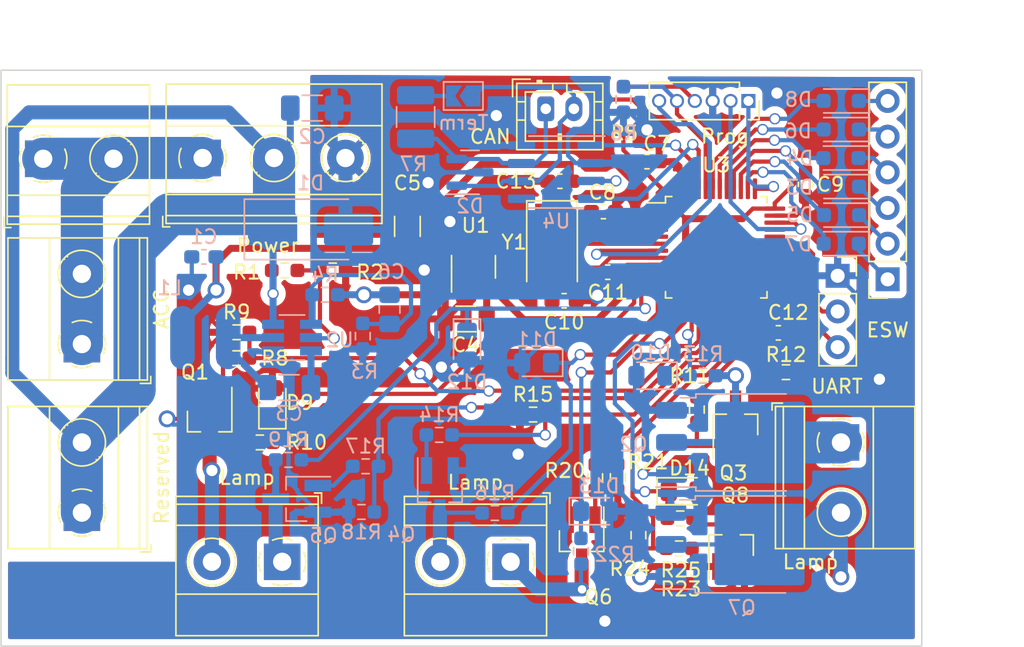
<source format=kicad_pcb>
(kicad_pcb (version 20221018) (generator pcbnew)
  (layers (0 "F.Cu" signal) (31 "B.Cu" signal) (34 "B.Paste" user) (35 "F.Paste" user) (36 "B.SilkS" user "B.Silkscreen") (37 "F.SilkS" user "F.Silkscreen") (38 "B.Mask" user) (39 "F.Mask" user) (44 "Edge.Cuts" user))
  (net 0 "")
  (net 1 "+5V")
  (net 2 "GND")
  (net 3 "+12V")
  (net 4 "Net-(U2-SW)")
  (net 5 "Net-(U2-BS)")
  (net 6 "+3V3")
  (net 7 "Net-(U2-FB)")
  (net 8 "/OSC_IN")
  (net 9 "/OSC_OUT")
  (net 10 "/CANL")
  (net 11 "/CANH")
  (net 12 "Net-(D3-K)")
  (net 13 "/SW3")
  (net 14 "Net-(D4-K)")
  (net 15 "/SW4")
  (net 16 "Net-(D5-K)")
  (net 17 "/SW2")
  (net 18 "Net-(D6-K)")
  (net 19 "/SW5")
  (net 20 "Net-(D7-K)")
  (net 21 "/SW1")
  (net 22 "Net-(D8-K)")
  (net 23 "/SW6")
  (net 24 "/adc0")
  (net 25 "/adc4")
  (net 26 "/adc1")
  (net 27 "/adc2")
  (net 28 "/adc3")
  (net 29 "/adc5")
  (net 30 "/HOT@Always")
  (net 31 "/Rx")
  (net 32 "/Tx")
  (net 33 "/SWCLK")
  (net 34 "/SWDIO")
  (net 35 "Net-(J3-Pin_4)")
  (net 36 "/BOOT0")
  (net 37 "/NRST")
  (net 38 "/L1")
  (net 39 "/L2")
  (net 40 "/L5")
  (net 41 "/L6")
  (net 42 "/L3")
  (net 43 "/L4")
  (net 44 "Net-(JP1-B)")
  (net 45 "Net-(Q1-G)")
  (net 46 "/L_pwrX/g")
  (net 47 "Net-(Q4-G)")
  (net 48 "Net-(Q5-G)")
  (net 49 "Net-(Q6-G)")
  (net 50 "/L_pwrX1/g")
  (net 51 "/VEN")
  (net 52 "/T3_Ch1")
  (net 53 "/T2_Ch3")
  (net 54 "/T2_Ch4")
  (net 55 "/T3_Ch2")
  (net 59 "/T3_Ch3")
  (net 60 "/T3_Ch4")
  (net 63 "/CAN_Rx")
  (net 64 "/CAN_Tx")
  (footprint "Resistor_SMD:R_0603_1608Metric_Pad0.98x0.95mm_HandSolder" (layer "F.Cu") (at 88.6695 71.755 180)
    (fp_text reference "R1")
    (fp_text value "300k")
  )
  (footprint "Resistor_SMD:R_0603_1608Metric_Pad0.98x0.95mm_HandSolder" (layer "F.Cu") (at 116.7365 91.5416)
    (fp_text reference "R23")
    (fp_text value "220")
  )
  (footprint "Diode_SMD:D_0805_2012Metric_Pad1.15x1.40mm_HandSolder" (layer "F.Cu") (at 87.8034 81.1642 90)
    (fp_text reference "D9")
    (fp_text value "MM3Z3V3")
  )
  (footprint "Resistor_SMD:R_0603_1608Metric_Pad0.98x0.95mm_HandSolder" (layer "F.Cu") (at 106.3479 82.0166)
    (fp_text reference "R15")
    (fp_text value "10k")
  )
  (footprint "Capacitor_SMD:C_0603_1608Metric_Pad1.08x0.95mm_HandSolder" (layer "F.Cu") (at 108.2559 65.405)
    (fp_text reference "C13")
    (fp_text value "0.1")
  )
  (footprint "TerminalBlock_Phoenix:TerminalBlock_Phoenix_MKDS-1,5-2_1x02_P5.00mm_Horizontal" (layer "F.Cu") (at 104.75 92.5 180)
    (fp_text reference "J11" hide)
    (fp_text value "Lamp")
  )
  (footprint "Package_TO_SOT_SMD:SOT-23_Handsoldering" (layer "F.Cu") (at 109.8 91 -90)
    (fp_text reference "Q6")
    (fp_text value "AO3407")
  )
  (footprint "TerminalBlock_Phoenix:TerminalBlock_Phoenix_MKDS-1,5-2_1x02_P5.00mm_Horizontal" (layer "F.Cu") (at 88.5 92.5 180)
    (fp_text reference "J9" hide)
    (fp_text value "Lamp")
  )
  (footprint "Package_TO_SOT_SMD:SOT-23_Handsoldering" (layer "F.Cu") (at 120.75 82.75 90)
    (fp_text reference "Q3")
    (fp_text value "AO3407")
  )
  (footprint "TerminalBlock_Phoenix:TerminalBlock_Phoenix_MKDS-1,5-2_1x02_P5.00mm_Horizontal" (layer "F.Cu") (at 71.5 63.805)
    (fp_text reference "J6" hide)
    (fp_text value "ACC")
  )
  (footprint "Package_TO_SOT_SMD:SOT-23_Handsoldering" (layer "F.Cu") (at 120.4366 91.337 90)
    (fp_text reference "Q8")
    (fp_text value "AO3407")
  )
  (footprint "TerminalBlock_Phoenix:TerminalBlock_Phoenix_MKDS-1,5-2_1x02_P5.00mm_Horizontal" (layer "F.Cu") (at 74.25 89 90)
    (fp_text reference "J8" hide)
    (fp_text value "Reserved")
  )
  (footprint "Crystal:Crystal_SMD_5032-2Pin_5.0x3.2mm" (layer "F.Cu") (at 107.696 69.85 -90)
    (fp_text reference "Y1")
    (fp_text value "NX5032GA-8MHz")
  )
  (footprint "Package_QFP:LQFP-48_7x7mm_P0.5mm" (layer "F.Cu") (at 119.38 70.104)
    (fp_text reference "U3")
    (fp_text value "STM32F103C6Tx")
  )
  (footprint "Resistor_SMD:R_0603_1608Metric_Pad0.98x0.95mm_HandSolder" (layer "F.Cu") (at 110.7694 86.487 -90)
    (fp_text reference "R20")
    (fp_text value "100")
  )
  (footprint "Resistor_SMD:R_0603_1608Metric_Pad0.98x0.95mm_HandSolder" (layer "F.Cu") (at 118 81.6625 -90)
    (fp_text reference "R11")
    (fp_text value "220")
  )
  (footprint "Resistor_SMD:R_0603_1608Metric_Pad0.98x0.95mm_HandSolder" (layer "F.Cu") (at 113.8428 90.6037 -90)
    (fp_text reference "R24")
    (fp_text value "10k")
  )
  (footprint "Capacitor_SMD:C_0603_1608Metric_Pad1.08x0.95mm_HandSolder" (layer "F.Cu") (at 111.6595 71.882 180)
    (fp_text reference "C11")
    (fp_text value "0.1")
  )
  (footprint "Connector_PinSocket_2.54mm:PinSocket_1x06_P2.54mm_Vertical" (layer "F.Cu") (at 131.572 72.39 180)
    (fp_text reference "J5" hide)
    (fp_text value "ESW")
  )
  (footprint "TerminalBlock_Phoenix:TerminalBlock_Phoenix_MKDS-1,5-2_1x02_P5.00mm_Horizontal" (layer "F.Cu") (at 128.25 84 -90)
    (fp_text reference "J10" hide)
    (fp_text value "Lamp")
  )
  (footprint "Resistor_SMD:R_0603_1608Metric_Pad0.98x0.95mm_HandSolder" (layer "F.Cu") (at 85.2584 76.1584)
    (fp_text reference "R9")
    (fp_text value "10k")
  )
  (footprint "Package_TO_SOT_SMD:SOT-23-3" (layer "F.Cu") (at 102.108 71.4955 90)
    (fp_text reference "U1")
    (fp_text value "XC6206PxxxMR")
  )
  (footprint "Resistor_SMD:R_0603_1608Metric_Pad0.98x0.95mm_HandSolder" (layer "F.Cu") (at 112.776 59.5865 90)
    (fp_text reference "R5")
    (fp_text value "6.8")
  )
  (footprint "TerminalBlock_Phoenix:TerminalBlock_Phoenix_MKDS-1,5-2_1x02_P5.00mm_Horizontal" (layer "F.Cu") (at 74.25 77 90)
    (fp_text reference "J7" hide)
    (fp_text value "ACC")
  )
  (footprint "Connector_PinSocket_2.54mm:PinSocket_1x03_P2.54mm_Vertical" (layer "F.Cu") (at 128.016 72.136)
    (fp_text reference "J2" hide)
    (fp_text value "UART")
  )
  (footprint "Package_TO_SOT_SMD:SOT-23_Handsoldering" (layer "F.Cu") (at 83.3392 82.485 -90)
    (fp_text reference "Q1")
    (fp_text value "AO3407")
  )
  (footprint "Resistor_SMD:R_0603_1608Metric_Pad0.98x0.95mm_HandSolder" (layer "F.Cu") (at 116.8165 89.408)
    (fp_text reference "R25")
    (fp_text value "100k")
  )
  (footprint "Resistor_SMD:R_0603_1608Metric_Pad0.98x0.95mm_HandSolder" (layer "F.Cu") (at 86.9125 84 180)
    (fp_text reference "R10")
    (fp_text value "100k")
  )
  (footprint "Capacitor_SMD:C_1206_3216Metric" (layer "F.Cu") (at 101.5728 75.2094 180)
    (fp_text reference "C4")
    (fp_text value "47u")
  )
  (footprint "Resistor_SMD:R_0603_1608Metric_Pad0.98x0.95mm_HandSolder" (layer "F.Cu") (at 112.3696 86.4851 90)
    (fp_text reference "R21")
    (fp_text value "10k")
  )
  (footprint "Diode_SMD:D_0805_2012Metric_Pad1.15x1.40mm_HandSolder" (layer "F.Cu") (at 117.0268 87.4776)
    (fp_text reference "D14")
    (fp_text value "MM3Z3V3")
  )
  (footprint "Resistor_SMD:R_0603_1608Metric_Pad0.98x0.95mm_HandSolder" (layer "F.Cu") (at 85.25 78 180)
    (fp_text reference "R8")
    (fp_text value "100")
  )
  (footprint "Capacitor_SMD:C_0603_1608Metric_Pad1.08x0.95mm_HandSolder" (layer "F.Cu") (at 111.3525 67.564)
    (fp_text reference "C8")
    (fp_text value "6")
  )
  (footprint "Capacitor_SMD:C_0603_1608Metric_Pad1.08x0.95mm_HandSolder" (layer "F.Cu") (at 114.4535 64.008)
    (fp_text reference "C7")
    (fp_text value "0.1")
  )
  (footprint "TerminalBlock_Phoenix:TerminalBlock_Phoenix_MKDS-1,5-3-5.08_1x03_P5.08mm_Horizontal" (layer "F.Cu") (at 82.84 63.75)
    (fp_text reference "J1" hide)
    (fp_text value "Power")
  )
  (footprint "Capacitor_SMD:C_0603_1608Metric_Pad1.08x0.95mm_HandSolder" (layer "F.Cu") (at 108.5585 73.914)
    (fp_text reference "C10")
    (fp_text value "6")
  )
  (footprint "Connector_JST:JST_PH_B2B-PH-K_1x02_P2.00mm_Vertical" (layer "F.Cu") (at 107.25 60.25)
    (fp_text reference "J4" hide)
    (fp_text value "CAN")
  )
  (footprint "Connector_PinSocket_1.27mm:PinSocket_1x06_P1.27mm_Vertical" (layer "F.Cu") (at 121.666 59.69 -90)
    (fp_text reference "J3" hide)
    (fp_text value "Prog")
  )
  (footprint "Capacitor_SMD:C_1206_3216Metric_Pad1.33x1.80mm_HandSolder" (layer "F.Cu") (at 97.409 68.6185 90)
    (fp_text reference "C5")
    (fp_text value "47u")
  )
  (footprint "Capacitor_SMD:C_0603_1608Metric_Pad1.08x0.95mm_HandSolder" (layer "F.Cu") (at 123.7985 76.2 180)
    (fp_text reference "C12")
    (fp_text value "0.1")
  )
  (footprint "Resistor_SMD:R_0603_1608Metric_Pad0.98x0.95mm_HandSolder" (layer "F.Cu") (at 92.0985 71.755 180)
    (fp_text reference "R2")
    (fp_text value "100k")
  )
  (footprint "Capacitor_SMD:C_0603_1608Metric_Pad1.08x0.95mm_HandSolder" (layer "F.Cu") (at 125.73 65.6325 -90)
    (fp_text reference "C9")
    (fp_text value "0.1")
  )
  (footprint "Resistor_SMD:R_0603_1608Metric_Pad0.98x0.95mm_HandSolder" (layer "F.Cu") (at 124.3375 79 180)
    (fp_text reference "R12")
    (fp_text value "10k")
  )
  (footprint "Diode_SMD:D_0805_2012Metric_Pad1.15x1.40mm_HandSolder" (layer "B.Cu") (at 114.725 79.25 180)
    (fp_text reference "D10")
    (fp_text value "MM3Z3V3")
  )
  (footprint "Package_TO_SOT_SMD:TO-252-3_TabPin2" (layer "B.Cu") (at 121.24 84)
    (fp_text reference "Q2")
    (fp_text value "IRLR7807")
  )
  (footprint "Capacitor_SMD:C_1206_3216Metric_Pad1.33x1.80mm_HandSolder" (layer "B.Cu") (at 90.6395 60.198 180)
    (fp_text reference "C2")
    (fp_text value "10u")
  )
  (footprint "Diode_SMD:D_SOD-323_HandSoldering" (layer "B.Cu") (at 128.25 63.754 180)
    (fp_text reference "D4")
    (fp_text value "1N5819")
  )
  (footprint "Diode_SMD:D_0805_2012Metric_Pad1.15x1.40mm_HandSolder" (layer "B.Cu") (at 101.6508 77.0726 -90)
    (fp_text reference "D12")
    (fp_text value "MM3Z3V3")
  )
  (footprint "Diode_SMD:D_SOD-323_HandSoldering" (layer "B.Cu") (at 128.27 61.722 180)
    (fp_text reference "D6")
    (fp_text value "1N5819")
  )
  (footprint "Package_TO_SOT_SMD:SOT-23" (layer "B.Cu") (at 101.8563 64.77)
    (fp_text reference "D2")
    (fp_text value "PESD1CAN")
  )
  (footprint "Package_TO_SOT_SMD:TO-252-3_TabPin2" (layer "B.Cu") (at 121.1948 91.2632)
    (fp_text reference "Q7")
    (fp_text value "IRLR7807")
  )
  (footprint "Capacitor_SMD:C_1206_3216Metric_Pad1.33x1.80mm_HandSolder" (layer "B.Cu") (at 88.9885 80.094)
    (fp_text reference "C3")
    (fp_text value "1u")
  )
  (footprint "Jumper:SolderJumper-2_P1.3mm_Open_TrianglePad1.0x1.5mm" (layer "B.Cu") (at 101.383 59.3344 180)
    (fp_text reference "JP1" hide)
    (fp_text value "Term")
  )
  (footprint "Capacitor_SMD:C_0603_1608Metric_Pad1.08x0.95mm_HandSolder" (layer "B.Cu") (at 82.9299 70.7898 180)
    (fp_text reference "C1")
    (fp_text value "0.1")
  )
  (footprint "Diode_SMD:D_SOD-323_HandSoldering" (layer "B.Cu") (at 128.27 59.69 180)
    (fp_text reference "D8")
    (fp_text value "1N5819")
  )
  (footprint "Package_TO_SOT_SMD:SOT-23_Handsoldering" (layer "B.Cu") (at 99.7204 87.5016 -90)
    (fp_text reference "Q4")
    (fp_text value "AO3407")
  )
  (footprint "Resistor_SMD:R_0603_1608Metric_Pad0.98x0.95mm_HandSolder" (layer "B.Cu") (at 94.234 76.4345 -90)
    (fp_text reference "R3")
    (fp_text value "19k")
  )
  (footprint "Capacitor_SMD:C_0805_2012Metric_Pad1.18x1.45mm_HandSolder" (layer "B.Cu") (at 96.139 74.5275 -90)
    (fp_text reference "C6")
    (fp_text value "22")
  )
  (footprint "Package_SO:SOIC-8_3.9x4.9mm_P1.27mm" (layer "B.Cu") (at 108 64.75 180)
    (fp_text reference "U4")
    (fp_text value "TJA1050")
  )
  (footprint "Resistor_SMD:R_1210_3225Metric_Pad1.30x2.65mm_HandSolder" (layer "B.Cu") (at 97.9932 60.8336 90)
    (fp_text reference "R7")
    (fp_text value "120")
  )
  (footprint "Resistor_SMD:R_0603_1608Metric_Pad0.98x0.95mm_HandSolder" (layer "B.Cu") (at 112.776 59.5865 90)
    (fp_text reference "R6")
    (fp_text value "10k")
  )
  (footprint "Diode_SMD:D_SOD-323_HandSoldering" (layer "B.Cu") (at 128.27 69.85 180)
    (fp_text reference "D7")
    (fp_text value "1N5819")
  )
  (footprint "Diode_SMD:D_SOD-323_HandSoldering" (layer "B.Cu") (at 128.29 65.786 180)
    (fp_text reference "D3")
    (fp_text value "1N5819")
  )
  (footprint "Diode_SMD:D_0805_2012Metric_Pad1.15x1.40mm_HandSolder" (layer "B.Cu") (at 106.5948 78.3336 180)
    (fp_text reference "D11")
    (fp_text value "MM3Z3V3")
  )
  (footprint "Resistor_SMD:R_0603_1608Metric_Pad0.98x0.95mm_HandSolder" (layer "B.Cu") (at 103.6301 89.027 180)
    (fp_text reference "R16")
    (fp_text value "100k")
  )
  (footprint "Resistor_SMD:R_0603_1608Metric_Pad0.98x0.95mm_HandSolder" (layer "B.Cu") (at 118.4125 79.25)
    (fp_text reference "R13")
    (fp_text value "100k")
  )
  (footprint "Resistor_SMD:R_0603_1608Metric_Pad0.98x0.95mm_HandSolder" (layer "B.Cu") (at 91.5435 73.49 180)
    (fp_text reference "R4")
    (fp_text value "100k")
  )
  (footprint "Package_TO_SOT_SMD:SOT-23-6_Handsoldering" (layer "B.Cu") (at 89.201 76.538)
    (fp_text reference "U2")
    (fp_text value "MT1470")
  )
  (footprint "Diode_SMD:D_0805_2012Metric_Pad1.15x1.40mm_HandSolder" (layer "B.Cu") (at 110.7858 88.9)
    (fp_text reference "D13")
    (fp_text value "MM3Z3V3")
  )
  (footprint "Resistor_SMD:R_0603_1608Metric_Pad0.98x0.95mm_HandSolder" (layer "B.Cu") (at 94.4353 85.6996 180)
    (fp_text reference "R17")
    (fp_text value "100")
  )
  (footprint "Diode_SMD:D_SOD-323_HandSoldering" (layer "B.Cu") (at 128.29 67.818 180)
    (fp_text reference "D5")
    (fp_text value "1N5819")
  )
  (footprint "Resistor_SMD:R_0603_1608Metric_Pad0.98x0.95mm_HandSolder" (layer "B.Cu") (at 109.7534 91.7429 -90)
    (fp_text reference "R22")
    (fp_text value "100k")
  )
  (footprint "Resistor_SMD:R_0603_1608Metric_Pad0.98x0.95mm_HandSolder" (layer "B.Cu") (at 99.6696 83.4644 180)
    (fp_text reference "R14")
    (fp_text value "100")
  )
  (footprint "Diode_SMD:D_SMB_Handsoldering" (layer "B.Cu") (at 90.518 68.834)
    (fp_text reference "D1")
    (fp_text value "SMBJ18A")
  )
  (footprint "kicad:cd43" (layer "B.Cu") (at 83.032 76.538 180)
    (fp_text reference "L1")
    (fp_text value "10u")
  )
  (footprint "Package_TO_SOT_SMD:SOT-23_Handsoldering" (layer "B.Cu") (at 89.5336 88.0212 180)
    (fp_text reference "Q5")
    (fp_text value "AO3407")
  )
  (footprint "Resistor_SMD:R_0603_1608Metric_Pad0.98x0.95mm_HandSolder" (layer "B.Cu") (at 94.1343 88.9508)
    (fp_text reference "R18")
    (fp_text value "10k")
  )
  (footprint "Resistor_SMD:R_0603_1608Metric_Pad0.98x0.95mm_HandSolder" (layer "B.Cu") (at 88.9489 85.2424 180)
    (fp_text reference "R19")
    (fp_text value "100k")
  )
  (gr_rect (start 68.5 57.5) (end 134 98.5) (stroke (width 0.1)) (fill none) (layer "Edge.Cuts"))
  (segment (start 83.7946 71.2216) (end 84.8352 70.181) (width 0.5) (layer "F.Cu") (net 1))
  (segment (start 94.3102 73.49) (end 98.9252 73.49) (width 0.5) (layer "F.Cu") (net 1))
  (segment (start 102.6414 64.2112) (end 108.9914 64.2112) (width 0.5) (layer "F.Cu") (net 1))
  (segment (start 99.0854 70.358) (end 97.205 70.358) (width 0.5) (layer "F.Cu") (net 1))
  (segment (start 112.2426 65.3796) (end 109.1438 65.3796) (width 0.3) (layer "F.Cu") (net 1))
  (segment (start 99.8728 72.5424) (end 99.8728 70.358) (width 0.5) (layer "F.Cu") (net 1))
  (segment (start 98.9252 73.49) (end 99.8728 72.5424) (width 0.5) (layer "F.Cu") (net 1))
  (segment (start 84.8352 70.181) (end 97.028 70.181) (width 0.5) (layer "F.Cu") (net 1))
  (segment (start 99.0854 67.7672) (end 102.6414 64.2112) (width 0.5) (layer "F.Cu") (net 1))
  (segment (start 108.9914 64.2112) (end 108.9914 65.278) (width 0.5) (layer "F.Cu") (net 1))
  (segment (start 102.108 70.358) (end 99.8728 70.358) (width 0.5) (layer "F.Cu") (net 1))
  (segment (start 108.9914 65.278) (end 109.1184 65.405) (width 0.5) (layer "F.Cu") (net 1))
  (segment (start 99.0854 70.358) (end 99.0854 67.7672) (width 0.5) (layer "F.Cu") (net 1))
  (segment (start 97.205 70.358) (end 97.028 70.181) (width 0.5) (layer "F.Cu") (net 1))
  (segment (start 109.1438 65.3796) (end 109.1184 65.405) (width 0.3) (layer "F.Cu") (net 1))
  (segment (start 99.8728 70.358) (end 99.0854 70.358) (width 0.5) (layer "F.Cu") (net 1))
  (segment (start 83.7946 73.152) (end 83.7946 71.2216) (width 0.5) (layer "F.Cu") (net 1))
  (via (at 83.7946 73.152) (size 1.2) (drill 0.8) (layers "F.Cu" "B.Cu") (net 1))
  (via (at 112.2426 65.3796) (size 0.8) (drill 0.6) (layers "F.Cu" "B.Cu") (net 1))
  (via (at 94.3102 73.49) (size 1.2) (drill 0.8) (layers "F.Cu" "B.Cu") (net 1))
  (segment (start 83.7946 70.792) (end 83.7924 70.7898) (width 0.3) (layer "B.Cu") (net 1))
  (segment (start 81.407 75.5396) (end 83.7946 73.152) (width 0.5) (layer "B.Cu") (net 1))
  (segment (start 94.3102 73.49) (end 96.139 73.49) (width 0.5) (layer "B.Cu") (net 1))
  (segment (start 112.2372 65.385) (end 112.2426 65.3796) (width 0.3) (layer "B.Cu") (net 1))
  (segment (start 94.0562 73.49) (end 94.3102 73.49) (width 0.3) (layer "B.Cu") (net 1))
  (segment (start 110.475 65.385) (end 112.2372 65.385) (width 0.3) (layer "B.Cu") (net 1))
  (segment (start 81.407 76.538) (end 81.407 75.5396) (width 0.5) (layer "B.Cu") (net 1))
  (segment (start 83.7946 73.152) (end 83.7946 70.792) (width 0.3) (layer "B.Cu") (net 1))
  (segment (start 92.456 73.49) (end 94.0562 73.49) (width 0.5) (layer "B.Cu") (net 1))
  (segment (start 116.035041 64.008) (end 115.316 64.008) (width 0.3) (layer "F.Cu") (net 2))
  (segment (start 122.724959 76.2) (end 122.936 76.2) (width 0.3) (layer "F.Cu") (net 2))
  (segment (start 103.3018 65.405) (end 100.4316 68.2752) (width 0.3) (layer "F.Cu") (net 2))
  (segment (start 114.2746 95.5548) (end 119.2188 95.5548) (width 0.3) (layer "F.Cu") (net 2))
  (segment (start 110.5565 73.914) (end 110.9472 73.5233) (width 0.3) (layer "F.Cu") (net 2))
  (segment (start 125.752 79.502) (end 125.25 79) (width 0.3) (layer "F.Cu") (net 2))
  (segment (start 121.63 75.105041) (end 122.724959 76.2) (width 0.3) (layer "F.Cu") (net 2))
  (segment (start 81.0528 82.3214) (end 82.3892 80.985) (width 0.3) (layer "F.Cu") (net 2))
  (segment (start 102.362 68.707) (end 102.8954 69.2404) (width 0.3) (layer "F.Cu") (net 2))
  (segment (start 103.7336 60.7314) (end 103.7336 60.6298) (width 0.3) (layer "F.Cu") (net 2))
  (segment (start 123.5425 67.854) (end 125.059 67.854) (width 0.3) (layer "F.Cu") (net 2))
  (segment (start 119.2188 95.5548) (end 121.3866 93.387) (width 0.3) (layer "F.Cu") (net 2))
  (segment (start 112.6236 95.5548) (end 111.4552 96.7232) (width 0.3) (layer "F.Cu") (net 2))
  (segment (start 113.284 66.1924) (end 113.284 65.360339) (width 0.3) (layer "F.Cu") (net 2))
  (segment (start 122.936 77.2668) (end 124.079 77.2668) (width 0.3) (layer "F.Cu") (net 2))
  (segment (start 112.3696 87.3976) (end 112.3696 88.218) (width 0.3) (layer "F.Cu") (net 2))
  (segment (start 101.158 72.633) (end 101.484 72.633) (width 0.3) (layer "F.Cu") (net 2))
  (segment (start 112.3696 88.218) (end 113.8428 89.6912) (width 0.3) (layer "F.Cu") (net 2))
  (segment (start 84.3459 76.1584) (end 82.3892 78.1151) (width 0.3) (layer "F.Cu") (net 2))
  (segment (start 105.283 82.169) (end 105.4354 82.0166) (width 0.3) (layer "F.Cu") (net 2))
  (segment (start 100.8634 68.707) (end 102.362 68.707) (width 0.3) (layer "F.Cu") (net 2))
  (segment (start 99.822 78.9432) (end 98.8314 79.9338) (width 0.3) (layer "F.Cu") (net 2))
  (segment (start 112.215 67.564) (end 112.215 67.2614) (width 0.3) (layer "F.Cu") (net 2))
  (segment (start 115.316 62.611) (end 115.316 64.008) (width 0.3) (layer "F.Cu") (net 2))
  (segment (start 97.409 66.9798) (end 98.8822 65.5066) (width 0.3) (layer "F.Cu") (net 2))
  (segment (start 124.079 77.2668) (end 125.25 78.4378) (width 0.3) (layer "F.Cu") (net 2))
  (segment (start 127.3302 65.3034) (end 127.3302 61.0616) (width 0.3) (layer "F.Cu") (net 2))
  (segment (start 102.8954 69.2404) (end 102.8954 71.2216) (width 0.3) (layer "F.Cu") (net 2))
  (segment (start 110.797 71.882) (end 110.797 73.3731) (width 0.3) (layer "F.Cu") (net 2))
  (segment (start 122.936 76.2) (end 122.936 77.2668) (width 0.3) (layer "F.Cu") (net 2))
  (segment (start 113.284 65.360339) (end 111.5822 63.658539) (width 0.3) (layer "F.Cu") (net 2))
  (segment (start 114.2746 95.5548) (end 112.6236 95.5548) (width 0.3) (layer "F.Cu") (net 2))
  (segment (start 113.0262 89.6912) (end 112.6236 90.0938) (width 0.3) (layer "F.Cu") (net 2))
  (segment (start 105.283 84.836) (end 105.283 82.169) (width 0.3) (layer "F.Cu") (net 2))
  (segment (start 103.7336 60.6298) (end 105.6132 58.7502) (width 0.3) (layer "F.Cu") (net 2))
  (segment (start 110.871 58.7502) (end 111.5822 59.4614) (width 0.3) (layer "F.Cu") (net 2))
  (segment (start 112.6236 90.0938) (end 112.6236 93.545503) (width 0.3) (layer "F.Cu") (net 2))
  (segment (start 101.158 72.633) (end 101.158 74.1492) (width 0.5) (layer "F.Cu") (net 2))
  (segment (start 100.4316 68.2752) (end 100.8634 68.707) (width 0.3) (layer "F.Cu") (net 2))
  (segment (start 103.6574 60.7314) (end 98.8822 65.5066) (width 0.3) (layer "F.Cu") (net 2))
  (segment (start 112.215 67.2614) (end 113.284 66.1924) (width 0.3) (layer "F.Cu") (net 2))
  (segment (start 111.5822 63.658539) (end 111.5822 59.4614) (width 0.3) (layer "F.Cu") (net 2))
  (segment (start 113.4364 59.5884) (end 114.4524 60.6044) (width 0.3) (layer "F.Cu") (net 2))
  (segment (start 108.85 89.5) (end 108.85 88.403) (width 0.3) (layer "F.Cu") (net 2))
  (segment (start 99.822 78.6384) (end 99.822 78.9432) (width 0.3) (layer "F.Cu") (net 2))
  (segment (start 125.73 66.495) (end 126.1386 66.495) (width 0.3) (layer "F.Cu") (net 2))
  (segment (start 97.409 67.056) (end 97.409 66.9798) (width 0.3) (layer "F.Cu") (net 2))
  (segment (start 103.7336 60.7314) (end 103.6574 60.7314) (width 0.3) (layer "F.Cu") (net 2))
  (segment (start 108.85 88.403) (end 105.283 84.836) (width 0.3) (layer "F.Cu") (net 2))
  (segment (start 125.73 67.183) (end 125.059 67.854) (width 0.3) (layer "F.Cu") (net 2))
  (segment (start 98.8314 79.9338) (end 88.0088 79.9338) (width 0.3) (layer "F.Cu") (net 2))
  (segment (start 114.4524 60.6044) (end 114.4524 61.7474) (width 0.3) (layer "F.Cu") (net 2))
  (segment (start 121.7 84.25) (end 123.1156 84.25) (width 0.3) (layer "F.Cu") (net 2))
  (segment (start 114.4524 61.7474) (end 115.316 62.611) (width 0.3) (layer "F.Cu") (net 2))
  (segment (start 99.822 78.6384) (end 99.822 75.4852) (width 0.3) (layer "F.Cu") (net 2))
  (segment (start 130.0226 70.3072) (end 130.0226 79.502) (width 0.3) (layer "F.Cu") (net 2))
  (segment (start 81.8434 73.6559) (end 84.3459 76.1584) (width 0.3) (layer "F.Cu") (net 2))
  (segment (start 101.484 72.633) (end 102.8954 71.2216) (width 0.3) (layer "F.Cu") (net 2))
  (segment (start 121.63 74.2665) (end 121.63 75.105041) (width 0.3) (layer "F.Cu") (net 2))
  (segment (start 121.7 85.8434) (end 121.7 84.25) (width 0.3) (layer "F.Cu") (net 2))
  (segment (start 125.73 66.495) (end 125.73 67.183) (width 0.3) (layer "F.Cu") (net 2))
  (segment (start 109.421 73.914) (end 110.5565 73.914) (width 0.3) (layer "F.Cu") (net 2))
  (segment (start 82.3892 78.1151) (end 82.3892 80.985) (width 0.3) (layer "F.Cu") (net 2))
  (segment (start 117.13 65.9415) (end 117.13 65.102959) (width 0.3) (layer "F.Cu") (net 2))
  (segment (start 111.7092 59.5884) (end 113.4364 59.5884) (width 0.3) (layer "F.Cu") (net 2))
  (segment (start 125.25 78.4378) (end 125.25 79) (width 0.3) (layer "F.Cu") (net 2))
  (segment (start 111.825 70.854) (end 110.797 71.882) (width 0.3) (layer "F.Cu") (net 2))
  (segment (start 127.3302 61.0616) (end 125.3998 59.1312) (width 0.3) (layer "F.Cu") (net 2))
  (segment (start 99.822 75.4852) (end 100.0978 75.2094) (width 0.3) (layer "F.Cu") (net 2))
  (segment (start 113.8428 89.6912) (end 113.0262 89.6912) (width 0.3) (layer "F.Cu") (net 2))
  (segment (start 112.5982 93.8784) (end 114.2746 95.5548) (width 0.3) (layer "F.Cu") (net 2))
  (segment (start 126.2104 66.495) (end 130.0226 70.3072) (width 0.3) (layer "F.Cu") (net 2))
  (segment (start 98.5774 71.755) (end 98.6028 71.7296) (width 0.3) (layer "F.Cu") (net 2))
  (segment (start 80.3148 82.3214) (end 81.0528 82.3214) (width 0.3) (layer "F.Cu") (net 2))
  (segment (start 121.3866 93.387) (end 121.3866 92.837) (width 0.3) (layer "F.Cu") (net 2))
  (segment (start 115.2175 70.854) (end 111.825 70.854) (width 0.3) (layer "F.Cu") (net 2))
  (segment (start 126.1386 66.495) (end 127.3302 65.3034) (width 0.3) (layer "F.Cu") (net 2))
  (segment (start 130.9878 79.502) (end 130.0226 79.502) (width 0.3) (layer "F.Cu") (net 2))
  (segment (start 101.158 74.1492) (end 100.0978 75.2094) (width 0.5) (layer "F.Cu") (net 2))
  (segment (start 118.0518 87.4776) (end 120.0658 87.4776) (width 0.3) (layer "F.Cu") (net 2))
  (segment (start 110.797 73.3731) (end 110.9472 73.5233) (width 0.3) (layer "F.Cu") (net 2))
  (segment (start 111.5822 59.4614) (end 111.7092 59.5884) (width 0.3) (layer "F.Cu") (net 2))
  (segment (start 105.6132 58.7502) (end 110.871 58.7502) (width 0.3) (layer "F.Cu") (net 2))
  (segment (start 125.25 82.1156) (end 125.25 79) (width 0.3) (layer "F.Cu") (net 2))
  (segment (start 117.13 65.102959) (end 116.035041 64.008) (width 0.3) (layer "F.Cu") (net 2))
  (segment (start 125.73 66.495) (end 126.2104 66.495) (width 0.3) (layer "F.Cu") (net 2))
  (segment (start 125.3998 59.1312) (end 123.698 59.1312) (width 0.3) (layer "F.Cu") (net 2))
  (segment (start 93.011 71.755) (end 98.5774 71.755) (width 0.3) (layer "F.Cu") (net 2))
  (segment (start 107.3934 65.405) (end 103.3018 65.405) (width 0.3) (layer "F.Cu") (net 2))
  (segment (start 130.0226 79.502) (end 125.752 79.502) (width 0.3) (layer "F.Cu") (net 2))
  (segment (start 81.8434 73.1566) (end 81.8434 73.6559) (width 0.3) (layer "F.Cu") (net 2))
  (segment (start 112.5982 93.570903) (end 112.5982 93.8784) (width 0.3) (layer "F.Cu") (net 2))
  (segment (start 120.0658 87.4776) (end 121.7 85.8434) (width 0.3) (layer "F.Cu") (net 2))
  (segment (start 112.6236 93.545503) (end 112.5982 93.570903) (width 0.3) (layer "F.Cu") (net 2))
  (segment (start 123.1156 84.25) (end 125.25 82.1156) (width 0.3) (layer "F.Cu") (net 2))
  (via (at 98.8822 65.5066) (size 1.2) (drill 0.8) (layers "F.Cu" "B.Cu") (net 2))
  (via (at 111.4552 96.7232) (size 1.2) (drill 0.8) (layers "F.Cu" "B.Cu") (net 2))
  (via (at 114.4524 61.7474) (size 1.2) (drill 0.8) (layers "F.Cu" "B.Cu") (net 2))
  (via (at 100.4316 68.2752) (size 1.2) (drill 0.8) (layers "F.Cu" "B.Cu") (net 2))
  (via (at 103.7336 60.7314) (size 1.2) (drill 0.8) (layers "F.Cu" "B.Cu") (net 2))
  (via (at 81.8434 73.1566) (size 1.2) (drill 0.8) (layers "F.Cu" "B.Cu") (net 2))
  (via (at 123.698 59.1312) (size 1.2) (drill 0.8) (layers "F.Cu" "B.Cu") (net 2))
  (via (at 105.283 84.836) (size 1.2) (drill 0.8) (layers "F.Cu" "B.Cu") (net 2))
  (via (at 98.6028 71.7296) (size 1.2) (drill 0.8) (layers "F.Cu" "B.Cu") (net 2))
  (via (at 80.3148 82.3214) (size 1.2) (drill 0.8) (layers "F.Cu" "B.Cu") (net 2))
  (via (at 130.9878 79.502) (size 1.2) (drill 0.8) (layers "F.Cu" "B.Cu") (net 2))
  (via (at 110.9472 73.5233) (size 1.2) (drill 0.8) (layers "F.Cu" "B.Cu") (net 2))
  (via (at 99.822 78.6384) (size 1.2) (drill 0.8) (layers "F.Cu" "B.Cu") (net 2))
  (segment (start 94.234 80.0354) (end 91.5416 82.7278) (width 0.3) (layer "B.Cu") (net 2))
  (segment (start 101.6508 78.0976) (end 100.3628 78.0976) (width 0.3) (layer "B.Cu") (net 2))
  (segment (start 107.0356 84.836) (end 108.1786 83.693) (width 0.3) (layer "B.Cu") (net 2))
  (segment (start 111.4552 96.7232) (end 130.6068 96.7232) (width 0.3) (layer "B.Cu") (net 2))
  (segment (start 102.7938 64.77) (end 99.6188 64.77) (width 0.3) (layer "B.Cu") (net 2))
  (segment (start 101.8868 78.3336) (end 101.6508 78.0976) (width 0.3) (layer "B.Cu") (net 2))
  (segment (start 93.2014 88.9712) (end 93.2218 88.9508) (width 0.3) (layer "B.Cu") (net 2))
  (segment (start 105.525 62.5228) (end 103.7336 60.7314) (width 0.3) (layer "B.Cu") (net 2))
  (segment (start 92.202 62.952) (end 93 63.75) (width 0.5) (layer "B.Cu") (net 2))
  (segment (start 104.1174 86.0016) (end 105.283 84.836) (width 0.3) (layer "B.Cu") (net 2))
  (segment (start 100.6704 86.0016) (end 104.1174 86.0016) (width 0.3) (layer "B.Cu") (net 2))
  (segment (start 98.6028 68.7578) (end 98.6028 68.3006) (width 0.3) (layer "B.Cu") (net 2))
  (segment (start 108.1786 83.693) (end 108.1786 81.915) (width 0.3) (layer "B.Cu") (net 2))
  (segment (start 98.6028 71.7296) (end 98.6028 68.7578) (width 0.3) (layer "B.Cu") (net 2))
  (segment (start 99.6188 64.77) (end 98.8822 65.5066) (width 0.3) (layer "B.Cu") (net 2))
  (segment (start 112.776 60.499) (end 113.204 60.499) (width 0.3) (layer "B.Cu") (net 2))
  (segment (start 98.5266 68.834) (end 98.6028 68.7578) (width 0.3) (layer "B.Cu") (net 2))
  (segment (start 110.9472 73.5233) (end 100.3965 73.5233) (width 0.3) (layer "B.Cu") (net 2))
  (segment (start 108.1786 81.915) (end 105.5698 79.3062) (width 0.3) (layer "B.Cu") (net 2))
  (segment (start 132.6388 94.6912) (end 132.6388 79.502) (width 0.3) (layer "B.Cu") (net 2))
  (segment (start 132.6388 79.502) (end 130.9878 79.502) (width 0.3) (layer "B.Cu") (net 2))
  (segment (start 116.3066 76.4032) (end 115.697 75.7936) (width 0.3) (layer "B.Cu") (net 2))
  (segment (start 109.2454 61.6712) (end 111.6038 61.6712) (width 0.3) (layer "B.Cu") (net 2))
  (segment (start 100.3628 78.0976) (end 99.822 78.6384) (width 0.3) (layer "B.Cu") (net 2))
  (segment (start 111.8108 96.3676) (end 111.4552 96.7232) (width 0.3) (layer "B.Cu") (net 2))
  (segment (start 91.0336 88.9712) (end 93.2014 88.9712) (width 0.3) (layer "B.Cu") (net 2))
  (segment (start 111.2774 88.3666) (end 111.2774 75.7936) (width 0.3) (layer "B.Cu") (net 2))
  (segment (start 113.7 79.25) (end 113.7 80.6038) (width 0.3) (layer "B.Cu") (net 2))
  (segment (start 98.6028 65.786) (end 98.8822 65.5066) (width 0.3) (layer "B.Cu") (net 2))
  (segment (start 111.2774 75.7936) (end 108.1098 75.7936) (width 0.3) (layer "B.Cu") (net 2))
  (segment (start 105.5698 78.3336) (end 101.8868 78.3336) (width 0.3) (layer "B.Cu") (net 2))
  (segment (start 93 68.616) (end 93.218 68.834) (width 1) (layer "B.Cu") (net 2))
  (segment (start 110.475 64.115) (end 109.3778 64.115) (width 0.3) (layer "B.Cu") (net 2))
  (segment (start 114.8162 81.72) (end 116.2 81.72) (width 0.3) (layer "B.Cu") (net 2))
  (segment (start 88.9508 86.7664) (end 89.5858 87.4014) (width 0.3) (layer "B.Cu") (net 2))
  (segment (start 94.234 77.347) (end 97.7606 77.347) (width 0.3) (layer "B.Cu") (net 2))
  (segment (start 89.5858 87.4014) (end 89.5858 87.5234) (width 0.3) (layer "B.Cu") (net 2))
  (segment (start 105.5698 79.3062) (end 105.5698 78.3336) (width 0.3) (layer "B.Cu") (net 2))
  (segment (start 111.8108 88.9) (end 116.0716 88.9) (width 0.3) (layer "B.Cu") (net 2))
  (segment (start 108.839 63.5762) (end 108.839 62.0776) (width 0.3) (layer "B.Cu") (net 2))
  (segment (start 100.4316 68.2752) (end 98.6282 68.2752) (width 0.3) (layer "B.Cu") (net 2))
  (segment (start 116.0716 88.9) (end 116.1548 88.9832) (width 0.3) (layer "B.Cu") (net 2))
  (segment (start 88.9508 82.7278) (end 80.7212 82.7278) (width 0.3) (layer "B.Cu") (net 2))
  (segment (start 88.9508 82.7278) (end 88.9508 86.7664) (width 0.3) (layer "B.Cu") (net 2))
  (segment (start 87.851 77.6402) (end 88.9508 78.74) (width 0.3) (layer "B.Cu") (net 2))
  (segment (start 92.202 60.198) (end 92.202 62.952) (width 0.5) (layer "B.Cu") (net 2))
  (segment (start 115.697 75.7936) (end 111.2774 75.7936) (width 0.3) (layer "B.Cu") (net 2))
  (segment (start 91.5416 82.7278) (end 88.9508 82.7278) (width 0.3) (layer "B.Cu") (net 2))
  (segment (start 132.6388 79.502) (end 132.6388 76.7588) (width 0.3) (layer "B.Cu") (net 2))
  (segment (start 100.3965 73.5233) (end 98.6028 71.7296) (width 0.3) (layer "B.Cu") (net 2))
  (segment (start 82.0674 72.9326) (end 81.8434 73.1566) (width 0.3) (layer "B.Cu") (net 2))
  (segment (start 113.7 80.6038) (end 114.8162 81.72) (width 0.3) (layer "B.Cu") (net 2))
  (segment (start 116.3066 77.2414) (end 116.3066 76.4032) (width 0.3) (layer "B.Cu") (net 2))
  (segment (start 113.204 60.499) (end 114.4524 61.7474) (width 0.3) (layer "B.Cu") (net 2))
  (segment (start 122.9668 58.4) (end 123.698 59.1312) (width 0.3) (layer "B.Cu") (net 2))
  (segment (start 130.6068 96.7232) (end 132.6388 94.6912) (width 0.3) (layer "B.Cu") (net 2))
  (segment (start 105.283 84.836) (end 107.0356 84.836) (width 0.3) (layer "B.Cu") (net 2))
  (segment (start 113.7 78.4002) (end 114.2492 77.851) (width 0.3) (layer "B.Cu") (net 2))
  (segment (start 109.3778 64.115) (end 108.839 63.5762) (width 0.3) (layer "B.Cu") (net 2))
  (segment (start 115.697 77.851) (end 116.3066 77.2414) (width 0.3) (layer "B.Cu") (net 2))
  (segment (start 111.8108 88.9) (end 111.8108 96.3676) (width 0.3) (layer "B.Cu") (net 2))
  (segment (start 111.8108 88.9) (end 111.2774 88.3666) (width 0.3) (layer "B.Cu") (net 2))
  (segment (start 88.9508 78.74) (end 88.9508 82.7278) (width 0.3) (layer "B.Cu") (net 2))
  (segment (start 122.7328 58.4) (end 122.9668 58.4) (width 0.3) (layer "B.Cu") (net 2))
  (segment (start 93.218 68.834) (end 98.5266 68.834) (width 0.3) (layer "B.Cu") (net 2))
  (segment (start 98.6282 68.2752) (end 98.6028 68.3006) (width 0.3) (layer "B.Cu") (net 2))
  (segment (start 114.2492 77.851) (end 115.697 77.851) (width 0.3) (layer "B.Cu") (net 2))
  (segment (start 87.851 77.488) (end 87.851 77.6402) (width 0.3) (layer "B.Cu") (net 2))
  (segment (start 108.1098 75.7936) (end 105.5698 78.3336) (width 0.3) (layer "B.Cu") (net 2))
  (segment (start 89.5858 87.5234) (end 91.0336 88.9712) (width 0.3) (layer "B.Cu") (net 2))
  (segment (start 119.5524 58.4) (end 122.7328 58.4) (width 0.3) (layer "B.Cu") (net 2))
  (segment (start 113.7 79.25) (end 113.7 78.4002) (width 0.3) (layer "B.Cu") (net 2))
  (segment (start 132.6388 76.7588) (end 128.016 72.136) (width 0.3) (layer "B.Cu") (net 2))
  (segment (start 82.0674 70.7898) (end 82.0674 72.9326) (width 0.3) (layer "B.Cu") (net 2))
  (segment (start 98.6028 76.5048) (end 98.6028 71.7296) (width 0.3) (layer "B.Cu") (net 2))
  (segment (start 108.839 62.0776) (end 109.2454 61.6712) (width 0.3) (layer "B.Cu") (net 2))
  (segment (start 93 63.75) (end 93 68.616) (width 1) (layer "B.Cu") (net 2))
  (segment (start 105.525 62.845) (end 105.525 62.5228) (width 0.3) (layer "B.Cu") (net 2))
  (segment (start 98.6028 68.3006) (end 98.6028 65.786) (width 0.3) (layer "B.Cu") (net 2))
  (segment (start 97.7606 77.347) (end 98.6028 76.5048) (width 0.3) (layer "B.Cu") (net 2))
  (segment (start 119.126 58.8264) (end 119.5524 58.4) (width 0.3) (layer "B.Cu") (net 2))
  (segment (start 119.126 59.69) (end 119.126 58.8264) (width 0.3) (layer "B.Cu") (net 2))
  (segment (start 111.6038 61.6712) (end 112.776 60.499) (width 0.3) (layer "B.Cu") (net 2))
  (segment (start 80.7212 82.7278) (end 80.3148 82.3214) (width 0.3) (layer "B.Cu") (net 2))
  (segment (start 94.234 77.347) (end 94.234 80.0354) (width 0.3) (layer "B.Cu") (net 2))
  (segment (start 87.757 73.312) (end 87.851 73.406) (width 0.3) (layer "F.Cu") (net 3))
  (segment (start 87.757 71.755) (end 87.757 73.312) (width 0.3) (layer "F.Cu") (net 3))
  (via (at 87.851 73.406) (size 0.8) (drill 0.6) (layers "F.Cu" "B.Cu") (net 3))
  (segment (start 74.25 84) (end 69.3 79.05) (width 1) (layer "B.Cu") (net 3))
  (segment (start 87.92 63.75) (end 87.92 68.732) (width 3) (layer "B.Cu") (net 3))
  (segment (start 74.25 89) (end 74.25 84) (width 3) (layer "B.Cu") (net 3))
  (segment (start 80.5 67.75) (end 78 70.25) (width 3) (layer "B.Cu") (net 3))
  (segment (start 84.67 60.5) (end 70.5 60.5) (width 1) (layer "B.Cu") (net 3))
  (segment (start 89.077 60.198) (end 89.077 62.593) (width 0.5) (layer "B.Cu") (net 3))
  (segment (start 69.3 61.7) (end 69.3 78) (width 1) (layer "B.Cu") (net 3))
  (segment (start 86.734 67.75) (end 80.5 67.75) (width 3) (layer "B.Cu") (net 3))
  (segment (start 69.3 79.05) (end 69.3 78) (width 1) (layer "B.Cu") (net 3))
  (segment (start 78 80.25) (end 74.25 84) (width 3) (layer "B.Cu") (net 3))
  (segment (start 89.077 62.593) (end 87.92 63.75) (width 0.5) (layer "B.Cu") (net 3))
  (segment (start 70.5 60.5) (end 69.3 61.7) (width 1) (layer "B.Cu") (net 3))
  (segment (start 87.92 63.75) (end 84.67 60.5) (width 1) (layer "B.Cu") (net 3))
  (segment (start 78 70.25) (end 78 80.25) (width 3) (layer "B.Cu") (net 3))
  (segment (start 87.92 68.732) (end 87.818 68.834) (width 3) (layer "B.Cu") (net 3))
  (segment (start 87.851 75.588) (end 87.851 68.867) (width 0.5) (layer "B.Cu") (net 3))
  (segment (start 87.818 68.834) (end 86.734 67.75) (width 3) (layer "B.Cu") (net 3))
  (segment (start 87.851 68.867) (end 87.818 68.834) (width 0.5) (layer "B.Cu") (net 3))
  (segment (start 87.851 76.538) (end 84.657 76.538) (width 0.5) (layer "B.Cu") (net 4))
  (segment (start 84.657 77.325) (end 87.426 80.094) (width 0.5) (layer "B.Cu") (net 4))
  (segment (start 84.657 76.538) (end 84.657 77.325) (width 0.5) (layer "B.Cu") (net 4))
  (segment (start 90.551 80.094) (end 90.551 77.488) (width 0.5) (layer "B.Cu") (net 5))
  (segment (start 122.13 72.7524) (end 121.6152 72.2376) (width 0.3) (layer "F.Cu") (net 6))
  (segment (start 117.1902 71.354) (end 117.1956 71.3486) (width 0.3) (layer "F.Cu") (net 6))
  (segment (start 115.5245 65.9415) (end 116.63 65.9415) (width 0.3) (layer "F.Cu") (net 6))
  (segment (start 116.63 67.5064) (end 117.1956 68.072) (width 0.3) (layer "F.Cu") (net 6))
  (segment (start 110.9472 75.2602) (end 105.6852 75.2602) (width 0.5) (layer "F.Cu") (net 6))
  (segment (start 112.776 63.193) (end 113.591 64.008) (width 0.3) (layer "F.Cu") (net 6))
  (segment (start 118.0846 72.2376) (end 121.6152 72.2376) (width 0.5) (layer "F.Cu") (net 6))
  (segment (start 121.2596 68.072) (end 117.1956 68.072) (width 0.5) (layer "F.Cu") (net 6))
  (segment (start 123.5425 67.354) (end 121.9776 67.354) (width 0.3) (layer "F.Cu") (net 6))
  (segment (start 122.13 74.2665) (end 122.7275 74.2665) (width 0.3) (layer "F.Cu") (net 6))
  (segment (start 115.2175 66.2485) (end 115.5245 65.9415) (width 0.3) (layer "F.Cu") (net 6))
  (segment (start 103.0478 72.6432) (end 103.058 72.633) (width 0.5) (layer "F.Cu") (net 6))
  (segment (start 123.5425 66.9575) (end 123.5425 67.354) (width 0.3) (layer "F.Cu") (net 6))
  (segment (start 115.2175 71.354) (end 113.05 71.354) (width 0.3) (layer "F.Cu") (net 6))
  (segment (start 112.522 73.6854) (end 110.9472 75.2602) (width 0.5) (layer "F.Cu") (net 6))
  (segment (start 115.2175 67.354) (end 115.2175 66.2485) (width 0.3) (layer "F.Cu") (net 6))
  (segment (start 112.522 71.882) (end 112.522 73.6854) (width 0.5) (layer "F.Cu") (net 6))
  (segment (start 122.13 74.2665) (end 122.13 72.7524) (width 0.3) (layer "F.Cu") (net 6))
  (segment (start 113.05 71.354) (end 112.522 71.882) (width 0.3) (layer "F.Cu") (net 6))
  (segment (start 105.6852 75.2602) (end 103.058 72.633) (width 0.5) (layer "F.Cu") (net 6))
  (segment (start 113.591 64.008) (end 115.5245 65.9415) (width 0.3) (layer "F.Cu") (net 6))
  (segment (start 116.63 65.9415) (end 116.63 67.5064) (width 0.3) (layer "F.Cu") (net 6))
  (segment (start 115.2175 71.354) (end 117.1902 71.354) (width 0.3) (layer "F.Cu") (net 6))
  (segment (start 117.1956 68.072) (end 117.1956 71.3486) (width 0.5) (layer "F.Cu") (net 6))
  (segment (start 103.0478 75.2094) (end 103.0478 72.6432) (width 0.5) (layer "F.Cu") (net 6))
  (segment (start 125.73 64.77) (end 123.5425 66.9575) (width 0.3) (layer "F.Cu") (net 6))
  (segment (start 117.1956 71.3486) (end 118.0846 72.2376) (width 0.5) (layer "F.Cu") (net 6))
  (segment (start 121.9776 67.354) (end 121.2596 68.072) (width 0.3) (layer "F.Cu") (net 6))
  (segment (start 112.776 60.499) (end 112.776 63.193) (width 0.3) (layer "F.Cu") (net 6))
  (segment (start 122.7275 74.2665) (end 124.661 76.2) (width 0.3) (layer "F.Cu") (net 6))
  (segment (start 96.139 75.565) (end 94.277 75.565) (width 0.3) (layer "B.Cu") (net 7))
  (segment (start 90.631 75.508) (end 90.551 75.588) (width 0.3) (layer "B.Cu") (net 7))
  (segment (start 96.8756 75.565) (end 96.139 75.565) (width 0.3) (layer "B.Cu") (net 7))
  (segment (start 97.663 72.771) (end 97.663 74.7776) (width 0.3) (layer "B.Cu") (net 7))
  (segment (start 96.9772 72.0852) (end 97.663 72.771) (width 0.3) (layer "B.Cu") (net 7))
  (segment (start 94.277 75.565) (end 94.234 75.522) (width 0.3) (layer "B.Cu") (net 7))
  (segment (start 90.631 72.8942) (end 91.44 72.0852) (width 0.3) (layer "B.Cu") (net 7))
  (segment (start 91.44 72.0852) (end 96.9772 72.0852) (width 0.3) (layer "B.Cu") (net 7))
  (segment (start 97.663 74.7776) (end 96.8756 75.565) (width 0.3) (layer "B.Cu") (net 7))
  (segment (start 90.631 73.49) (end 90.631 72.8942) (width 0.3) (layer "B.Cu") (net 7))
  (segment (start 90.631 73.49) (end 90.631 75.508) (width 0.5) (layer "B.Cu") (net 7))
  (segment (start 108.132 67.564) (end 107.696 68) (width 0.3) (layer "F.Cu") (net 8))
  (segment (start 109.05 69.354) (end 107.696 68) (width 0.3) (layer "F.Cu") (net 8))
  (segment (start 110.49 67.564) (end 108.132 67.564) (width 0.3) (layer "F.Cu") (net 8))
  (segment (start 115.2175 69.354) (end 109.05 69.354) (width 0.3) (layer "F.Cu") (net 8))
  (segment (start 115.2175 69.854) (end 109.542 69.854) (width 0.3) (layer "F.Cu") (net 9))
  (segment (start 107.696 71.7) (end 107.696 73.914) (width 0.3) (layer "F.Cu") (net 9))
  (segment (start 109.542 69.854) (end 107.696 71.7) (width 0.3) (layer "F.Cu") (net 9))
  (segment (start 106.7508 65.385) (end 108.2548 63.881) (width 0.3) (layer "B.Cu") (net 10))
  (segment (start 104.2616 65.385) (end 103.9114 65.7352) (width 0.3) (layer "B.Cu") (net 10))
  (segment (start 105.525 65.385) (end 104.2616 65.385) (width 0.3) (layer "B.Cu") (net 10))
  (segment (start 109.25 59.2628) (end 108.6866 58.6994) (width 0.3) (layer "B.Cu") (net 10))
  (segment (start 108.2548 63.881) (end 108.2548 61.2452) (width 0.3) (layer "B.Cu") (net 10))
  (segment (start 102.108 59.3344) (end 102.743 58.6994) (width 0.3) (layer "B.Cu") (net 10))
  (segment (start 109.25 60.25) (end 109.25 59.2628) (width 0.3) (layer "B.Cu") (net 10))
  (segment (start 105.525 65.385) (end 106.7508 65.385) (width 0.3) (layer "B.Cu") (net 10))
  (segment (start 100.934 65.7352) (end 100.9188 65.72) (width 0.3) (layer "B.Cu") (net 10))
  (segment (start 102.743 58.6994) (end 108.6866 58.6994) (width 0.3) (layer "B.Cu") (net 10))
  (segment (start 108.2548 61.2452) (end 109.25 60.25) (width 0.3) (layer "B.Cu") (net 10))
  (segment (start 103.9114 65.7352) (end 100.934 65.7352) (width 0.3) (layer "B.Cu") (net 10))
  (segment (start 100.9188 63.82) (end 99.4824 62.3836) (width 0.3) (layer "B.Cu") (net 11))
  (segment (start 100.9188 63.82) (end 103.8758 63.82) (width 0.3) (layer "B.Cu") (net 11))
  (segment (start 104.1708 64.115) (end 105.525 64.115) (width 0.3) (layer "B.Cu") (net 11))
  (segment (start 106.5476 64.115) (end 107.25 63.4126) (width 0.3) (layer "B.Cu") (net 11))
  (segment (start 105.525 64.115) (end 106.5476 64.115) (width 0.3) (layer "B.Cu") (net 11))
  (segment (start 103.8758 63.82) (end 104.1708 64.115) (width 0.3) (layer "B.Cu") (net 11))
  (segment (start 99.4824 62.3836) (end 97.9932 62.3836) (width 0.3) (layer "B.Cu") (net 11))
  (segment (start 107.25 63.4126) (end 107.25 60.25) (width 0.3) (layer "B.Cu") (net 11))
  (segment (start 131.572 67.31) (end 131.064 67.31) (width 0.3) (layer "B.Cu") (net 12))
  (segment (start 131.064 67.31) (end 129.54 65.786) (width 0.3) (layer "B.Cu") (net 12))
  (segment (start 122.072747 63.246) (end 124.3076 63.246) (width 0.3) (layer "F.Cu") (net 13))
  (segment (start 120.63 64.688747) (end 122.072747 63.246) (width 0.3) (layer "F.Cu") (net 13))
  (segment (start 120.63 65.9415) (end 120.63 64.688747) (width 0.3) (layer "F.Cu") (net 13))
  (via (at 124.3076 63.246) (size 0.8) (drill 0.6) (layers "F.Cu" "B.Cu") (net 13))
  (segment (start 126.8476 65.786) (end 127.04 65.786) (width 0.3) (layer "B.Cu") (net 13))
  (segment (start 124.3076 63.246) (end 126.8476 65.786) (width 0.3) (layer "B.Cu") (net 13))
  (segment (start 130.556 63.754) (end 131.572 64.77) (width 0.3) (layer "B.Cu") (net 14))
  (segment (start 129.5 63.754) (end 130.556 63.754) (width 0.3) (layer "B.Cu") (net 14))
  (segment (start 120.13 64.481641) (end 122.127641 62.484) (width 0.3) (layer "F.Cu") (net 15))
  (segment (start 120.13 65.9415) (end 120.13 64.481641) (width 0.3) (layer "F.Cu") (net 15))
  (segment (start 122.127641 62.484) (end 123.5202 62.484) (width 0.3) (layer "F.Cu") (net 15))
  (via (at 123.5202 62.484) (size 0.8) (drill 0.6) (layers "F.Cu" "B.Cu") (net 15))
  (segment (start 123.5202 62.484) (end 124.841 62.484) (width 0.3) (layer "B.Cu") (net 15))
  (segment (start 127 63.754) (end 126.111 63.754) (width 0.3) (layer "B.Cu") (net 15))
  (segment (start 126.111 63.754) (end 124.841 62.484) (width 0.3) (layer "B.Cu") (net 15))
  (segment (start 131.572 69.85) (end 129.54 67.818) (width 0.3) (layer "B.Cu") (net 16))
  (segment (start 121.13 65.9415) (end 121.13 64.895853) (width 0.3) (layer "F.Cu") (net 17))
  (segment (start 121.13 64.895853) (end 122.017853 64.008) (width 0.3) (layer "F.Cu") (net 17))
  (segment (start 122.017853 64.008) (end 123.5456 64.008) (width 0.3) (layer "F.Cu") (net 17))
  (via (at 123.5456 64.008) (size 0.8) (drill 0.6) (layers "F.Cu" "B.Cu") (net 17))
  (segment (start 125.222 66) (end 125.222 65.024) (width 0.3) (layer "B.Cu") (net 17))
  (segment (start 124.206 64.008) (end 123.5456 64.008) (width 0.3) (layer "B.Cu") (net 17))
  (segment (start 127.04 67.818) (end 125.222 66) (width 0.3) (layer "B.Cu") (net 17))
  (segment (start 125.222 65.024) (end 124.206 64.008) (width 0.3) (layer "B.Cu") (net 17))
  (segment (start 131.064 61.722) (end 131.572 62.23) (width 0.3) (layer "B.Cu") (net 18))
  (segment (start 129.52 61.722) (end 131.064 61.722) (width 0.3) (layer "B.Cu") (net 18))
  (segment (start 119.63 65.9415) (end 119.63 64.274535) (width 0.3) (layer "F.Cu") (net 19))
  (segment (start 122.182535 61.722) (end 122.682 61.722) (width 0.3) (layer "F.Cu") (net 19))
  (segment (start 119.63 64.274535) (end 122.182535 61.722) (width 0.3) (layer "F.Cu") (net 19))
  (via (at 122.682 61.722) (size 0.8) (drill 0.6) (layers "F.Cu" "B.Cu") (net 19))
  (segment (start 127.02 61.722) (end 122.682 61.722) (width 0.3) (layer "B.Cu") (net 19))
  (segment (start 129.52 69.85) (end 129.52 70.338) (width 0.3) (layer "B.Cu") (net 20))
  (segment (start 129.52 70.338) (end 131.572 72.39) (width 0.3) (layer "B.Cu") (net 20))
  (segment (start 121.63 65.9415) (end 121.63 65.102959) (width 0.3) (layer "F.Cu") (net 21))
  (segment (start 121.63 65.102959) (end 121.972787 64.760172) (width 0.3) (layer "F.Cu") (net 21))
  (segment (start 121.972787 64.760172) (end 122.701012 64.760172) (width 0.3) (layer "F.Cu") (net 21))
  (via (at 122.701012 64.760172) (size 0.8) (drill 0.6) (layers "F.Cu" "B.Cu") (net 21))
  (segment (start 124.714 66.5988) (end 124.714 65.2526) (width 0.3) (layer "B.Cu") (net 21))
  (segment (start 127.02 69.2096) (end 124.714 66.9036) (width 0.3) (layer "B.Cu") (net 21))
  (segment (start 124.714 65.2526) (end 124.221572 64.760172) (width 0.3) (layer "B.Cu") (net 21))
  (segment (start 124.714 66.9036) (end 124.714 66.5988) (width 0.3) (layer "B.Cu") (net 21))
  (segment (start 127.02 69.85) (end 127.02 69.2096) (width 0.3) (layer "B.Cu") (net 21))
  (segment (start 124.221572 64.760172) (end 122.701012 64.760172) (width 0.3) (layer "B.Cu") (net 21))
  (segment (start 129.52 59.69) (end 131.572 59.69) (width 0.3) (layer "B.Cu") (net 22))
  (segment (start 119.13 65.9415) (end 119.13 64.067429) (width 0.3) (layer "F.Cu") (net 23))
  (segment (start 122.237429 60.96) (end 123.5456 60.96) (width 0.3) (layer "F.Cu") (net 23))
  (segment (start 119.13 64.067429) (end 122.237429 60.96) (width 0.3) (layer "F.Cu") (net 23))
  (via (at 123.5456 60.96) (size 0.8) (drill 0.6) (layers "F.Cu" "B.Cu") (net 23))
  (segment (start 123.5456 60.96) (end 124.46 60.96) (width 0.3) (layer "B.Cu") (net 23))
  (segment (start 125.73 59.69) (end 124.46 60.96) (width 0.3) (layer "B.Cu") (net 23))
  (segment (start 127.02 59.69) (end 125.73 59.69) (width 0.3) (layer "B.Cu") (net 23))
  (segment (start 114.171853 71.854) (end 115.2175 71.854) (width 0.3) (layer "F.Cu") (net 24))
  (segment (start 103.251 76.6826) (end 110.9218 76.6826) (width 0.3) (layer "F.Cu") (net 24))
  (segment (start 87.8034 83.9784) (end 87.825 84) (width 0.3) (layer "F.Cu") (net 24))
  (segment (start 89.4894 82.1892) (end 91.1352 80.5434) (width 0.3) (layer "F.Cu") (net 24))
  (segment (start 87.8034 82.1892) (end 89.4894 82.1892) (width 0.3) (layer "F.Cu") (net 24))
  (segment (start 113.538 74.0664) (end 113.538 72.487853) (width 0.3) (layer "F.Cu") (net 24))
  (segment (start 87.8034 82.1892) (end 87.8034 83.9784) (width 0.3) (layer "F.Cu") (net 24))
  (segment (start 110.9218 76.6826) (end 113.538 74.0664) (width 0.3) (layer "F.Cu") (net 24))
  (segment (start 113.538 72.487853) (end 114.171853 71.854) (width 0.3) (layer "F.Cu") (net 24))
  (segment (start 91.1352 80.5434) (end 99.3902 80.5434) (width 0.3) (layer "F.Cu") (net 24))
  (segment (start 99.3902 80.5434) (end 103.251 76.6826) (width 0.3) (layer "F.Cu") (net 24))
  (segment (start 114.3254 87.4776) (end 114.3 87.503) (width 0.3) (layer "F.Cu") (net 25))
  (segment (start 115.6208 76.962) (end 117.13 75.4528) (width 0.3) (layer "F.Cu") (net 25))
  (segment (start 115.904 89.408) (end 115.904 87.5754) (width 0.3) (layer "F.Cu") (net 25))
  (segment (start 116.0018 87.4776) (end 114.3254 87.4776) (width 0.3) (layer "F.Cu") (net 25))
  (segment (start 115.3414 76.962) (end 115.6208 76.962) (width 0.3) (layer "F.Cu") (net 25))
  (segment (start 117.13 75.4528) (end 117.13 74.2665) (width 0.3) (layer "F.Cu") (net 25))
  (segment (start 115.904 87.5754) (end 116.0018 87.4776) (width 0.3) (layer "F.Cu") (net 25))
  (via (at 114.3 87.503) (size 0.8) (drill 0.6) (layers "F.Cu" "B.Cu") (net 25))
  (via (at 115.3414 76.962) (size 0.8) (drill 0.6) (layers "F.Cu" "B.Cu") (net 25))
  (segment (start 114.3 87.503) (end 113.6396 87.503) (width 0.3) (layer "B.Cu") (net 25))
  (segment (start 112.1664 81.2292) (end 112.1664 78.232) (width 0.3) (layer "B.Cu") (net 25))
  (segment (start 113.423 82.4858) (end 112.1664 81.2292) (width 0.3) (layer "B.Cu") (net 25))
  (segment (start 113.423 87.2864) (end 113.423 82.4858) (width 0.3) (layer "B.Cu") (net 25))
  (segment (start 113.4364 76.962) (end 115.3414 76.962) (width 0.3) (layer "B.Cu") (net 25))
  (segment (start 113.6396 87.503) (end 113.423 87.2864) (width 0.3) (layer "B.Cu") (net 25))
  (segment (start 112.1664 78.232) (end 113.4364 76.962) (width 0.3) (layer "B.Cu") (net 25))
  (segment (start 114.046 72.686959) (end 114.046 74.1934) (width 0.3) (layer "F.Cu") (net 26))
  (segment (start 114.046 74.1934) (end 114.3254 74.4728) (width 0.3) (layer "F.Cu") (net 26))
  (segment (start 114.378959 72.354) (end 114.046 72.686959) (width 0.3) (layer "F.Cu") (net 26))
  (segment (start 115.2175 72.354) (end 114.378959 72.354) (width 0.3) (layer "F.Cu") (net 26))
  (via (at 114.3254 74.4728) (size 0.8) (drill 0.6) (layers "F.Cu" "B.Cu") (net 26))
  (segment (start 101.6508 76.0476) (end 101.6508 74.5236) (width 0.3) (layer "B.Cu") (net 26))
  (segment (start 99.4664 75.5396) (end 99.4664 76.8604) (width 0.3) (layer "B.Cu") (net 26))
  (segment (start 100.5205 74.4855) (end 99.4664 75.5396) (width 0.3) (layer "B.Cu") (net 26))
  (segment (start 101.685112 74.489288) (end 101.6508 74.5236) (width 0.3) (layer "B.Cu") (net 26))
  (segment (start 101.685112 74.489288) (end 101.681324 74.4855) (width 0.3) (layer "B.Cu") (net 26))
  (segment (start 101.694024 74.4728) (end 101.681324 74.4855) (width 0.3) (layer "B.Cu") (net 26))
  (segment (start 99.4664 76.8604) (end 91.0844 85.2424) (width 0.3) (layer "B.Cu") (net 26))
  (segment (start 91.0844 85.2424) (end 89.8614 85.2424) (width 0.3) (layer "B.Cu") (net 26))
  (segment (start 114.3254 74.4728) (end 101.694024 74.4728) (width 0.3) (layer "B.Cu") (net 26))
  (segment (start 101.681324 74.4855) (end 100.5205 74.4855) (width 0.3) (layer "B.Cu") (net 26))
  (segment (start 115.2175 74.7999) (end 112.4458 77.5716) (width 0.3) (layer "F.Cu") (net 27))
  (segment (start 115.2175 72.854) (end 115.2175 74.7999) (width 0.3) (layer "F.Cu") (net 27))
  (segment (start 109.7026 77.7494) (end 112.268 77.7494) (width 0.3) (layer "F.Cu") (net 27))
  (segment (start 112.268 77.7494) (end 112.4458 77.5716) (width 0.3) (layer "F.Cu") (net 27))
  (via (at 109.7026 77.7494) (size 0.8) (drill 0.6) (layers "F.Cu" "B.Cu") (net 27))
  (segment (start 104.5426 89.027) (end 109.0288 84.5408) (width 0.3) (layer "B.Cu") (net 27))
  (segment (start 108.6866 79.629) (end 108.6866 78.3336) (width 0.3) (layer "B.Cu") (net 27))
  (segment (start 107.6198 78.3336) (end 108.6866 78.3336) (width 0.3) (layer "B.Cu") (net 27))
  (segment (start 109.0288 84.5408) (end 109.0288 79.9712) (width 0.3) (layer "B.Cu") (net 27))
  (segment (start 108.6866 78.3336) (end 109.1184 78.3336) (width 0.3) (layer "B.Cu") (net 27))
  (segment (start 109.1184 78.3336) (end 109.7026 77.7494) (width 0.3) (layer "B.Cu") (net 27))
  (segment (start 109.0288 79.9712) (end 108.6866 79.629) (width 0.3) (layer "B.Cu") (net 27))
  (segment (start 111.8771 79.0194) (end 116.63 74.2665) (width 0.3) (layer "F.Cu") (net 28))
  (segment (start 109.7788 79.0194) (end 111.8771 79.0194) (width 0.3) (layer "F.Cu") (net 28))
  (via (at 109.7788 79.0194) (size 0.8) (drill 0.6) (layers "F.Cu" "B.Cu") (net 28))
  (segment (start 109.7534 88.9074) (end 109.7608 88.9) (width 0.3) (layer "B.Cu") (net 28))
  (segment (start 109.7788 79.0194) (end 109.7788 88.882) (width 0.3) (layer "B.Cu") (net 28))
  (segment (start 109.7534 90.8304) (end 109.7534 88.9074) (width 0.3) (layer "B.Cu") (net 28))
  (segment (start 109.7788 88.882) (end 109.7608 88.9) (width 0.3) (layer "B.Cu") (net 28))
  (segment (start 117.348 76.327) (end 117.63 76.045) (width 0.3) (layer "F.Cu") (net 29))
  (segment (start 117.63 76.045) (end 117.63 74.2665) (width 0.3) (layer "F.Cu") (net 29))
  (via (at 117.348 76.327) (size 0.8) (drill 0.6) (layers "F.Cu" "B.Cu") (net 29))
  (segment (start 117.5 76.479) (end 117.348 76.327) (width 0.3) (layer "B.Cu") (net 29))
  (segment (start 117.5 79.25) (end 117.5 76.479) (width 0.3) (layer "B.Cu") (net 29))
  (segment (start 117.5 79.25) (end 115.75 79.25) (width 0.3) (layer "B.Cu") (net 29))
  (segment (start 76.5 63.805) (end 71.5 63.805) (width 3) (layer "B.Cu") (net 30))
  (segment (start 76.555 63.75) (end 76.5 63.805) (width 3) (layer "B.Cu") (net 30))
  (segment (start 82.84 63.75) (end 76.555 63.75) (width 3) (layer "B.Cu") (net 30))
  (segment (start 74.25 72) (end 74.25 66.055) (width 3) (layer "B.Cu") (net 30))
  (segment (start 74.25 77) (end 74.25 72) (width 3) (layer "B.Cu") (net 30))
  (segment (start 74.25 66.055) (end 76.5 63.805) (width 3) (layer "B.Cu") (net 30))
  (segment (start 128.016 74.676) (end 126.9238 74.676) (width 0.3) (layer "F.Cu") (net 31))
  (segment (start 126.2634 74.0156) (end 126.2634 70.5866) (width 0.3) (layer "F.Cu") (net 31))
  (segment (start 126.9238 74.676) (end 126.2634 74.0156) (width 0.3) (layer "F.Cu") (net 31))
  (segment (start 125.5308 69.854) (end 123.5425 69.854) (width 0.3) (layer "F.Cu") (net 31))
  (segment (start 126.2634 70.5866) (end 125.5308 69.854) (width 0.3) (layer "F.Cu") (net 31))
  (segment (start 123.5425 70.354) (end 124.7862 70.354) (width 0.3) (layer "F.Cu") (net 32))
  (segment (start 124.7862 70.354) (end 125.476 71.0438) (width 0.3) (layer "F.Cu") (net 32))
  (segment (start 125.476 71.0438) (end 125.476 74.676) (width 0.3) (layer "F.Cu") (net 32))
  (segment (start 125.476 74.676) (end 128.016 77.216) (width 0.3) (layer "F.Cu") (net 32))
  (segment (start 123.2885 65.9415) (end 123.444 65.786) (width 0.3) (layer "F.Cu") (net 33))
  (segment (start 122.13 65.9415) (end 123.2885 65.9415) (width 0.3) (layer "F.Cu") (net 33))
  (via (at 123.444 65.786) (size 0.8) (drill 0.6) (layers "F.Cu" "B.Cu") (net 33))
  (segment (start 121.666 59.69) (end 121.666 65.278) (width 0.3) (layer "B.Cu") (net 33))
  (segment (start 121.666 65.278) (end 122.174 65.786) (width 0.3) (layer "B.Cu") (net 33))
  (segment (start 123.444 65.786) (end 122.174 65.786) (width 0.3) (layer "B.Cu") (net 33))
  (segment (start 124.9452 68.354) (end 125.3998 68.8086) (width 0.3) (layer "F.Cu") (net 34))
  (segment (start 123.5425 68.354) (end 124.9452 68.354) (width 0.3) (layer "F.Cu") (net 34))
  (via (at 125.3998 68.8086) (size 0.8) (drill 0.6) (layers "F.Cu" "B.Cu") (net 34))
  (segment (start 120.396 59.69) (end 120.396 66.8782) (width 0.3) (layer "B.Cu") (net 34))
  (segment (start 120.396 66.8782) (end 122.3264 68.8086) (width 0.3) (layer "B.Cu") (net 34))
  (segment (start 125.3998 68.8086) (end 122.3264 68.8086) (width 0.3) (layer "B.Cu") (net 34))
  (segment (start 112.776 58.674) (end 116.84 58.674) (width 0.3) (layer "F.Cu") (net 35))
  (segment (start 116.84 58.674) (end 117.856 59.69) (width 0.3) (layer "F.Cu") (net 35))
  (segment (start 116.586 60.6044) (end 118.63 62.6484) (width 0.3) (layer "F.Cu") (net 36))
  (segment (start 118.63 62.6484) (end 118.63 65.9415) (width 0.3) (layer "F.Cu") (net 36))
  (segment (start 116.586 59.69) (end 116.586 60.6044) (width 0.3) (layer "F.Cu") (net 36))
  (segment (start 112.776 58.674) (end 115.57 58.674) (width 0.3) (layer "B.Cu") (net 36))
  (segment (start 115.57 58.674) (end 116.586 59.69) (width 0.3) (layer "B.Cu") (net 36))
  (segment (start 111.1205 70.354) (end 110.871 70.6035) (width 0.3) (layer "F.Cu") (net 37))
  (segment (start 115.2175 70.354) (end 111.1205 70.354) (width 0.3) (layer "F.Cu") (net 37))
  (via (at 110.871 70.6035) (size 0.8) (drill 0.6) (layers "F.Cu" "B.Cu") (net 37))
  (segment (start 118.9228 62.6872) (end 117.5766 61.341) (width 0.3) (layer "B.Cu") (net 37))
  (segment (start 115.316 59.69) (end 115.316 60.198) (width 0.3) (layer "B.Cu") (net 37))
  (segment (start 116.459 61.341) (end 117.5766 61.341) (width 0.3) (layer "B.Cu") (net 37))
  (segment (start 110.871 70.6035) (end 115.0959 70.6035) (width 0.3) (layer "B.Cu") (net 37))
  (segment (start 115.0959 70.6035) (end 118.9228 66.7766) (width 0.3) (layer "B.Cu") (net 37))
  (segment (start 115.316 60.198) (end 116.459 61.341) (width 0.3) (layer "B.Cu") (net 37))
  (segment (start 118.9228 66.7766) (end 118.9228 62.6872) (width 0.3) (layer "B.Cu") (net 37))
  (segment (start 86 84) (end 83.3542 84) (width 0.3) (layer "F.Cu") (net 38))
  (segment (start 83.3542 84) (end 83.3392 83.985) (width 0.3) (layer "F.Cu") (net 38))
  (segment (start 83.3392 85.8392) (end 83.5 86) (width 1) (layer "F.Cu") (net 38))
  (segment (start 83.3392 83.985) (end 83.3392 85.8392) (width 1) (layer "F.Cu") (net 38))
  (via (at 83.5 86) (size 1.2) (drill 0.8) (layers "F.Cu" "B.Cu") (net 38))
  (segment (start 83.5 92.5) (end 83.5 86) (width 1) (layer "B.Cu") (net 38))
  (segment (start 88.0336 88.0212) (end 88.0336 92.0336) (width 1) (layer "B.Cu") (net 39))
  (segment (start 88.0336 92.0336) (end 88.5 92.5) (width 1) (layer "B.Cu") (net 39))
  (segment (start 88.0336 88.0212) (end 88.0336 85.2452) (width 0.5) (layer "B.Cu") (net 39))
  (segment (start 120.75 81.25) (end 120.75 80.5) (width 0.5) (layer "F.Cu") (net 40))
  (segment (start 120.75 80.5) (end 120.75 79.25) (width 0.5) (layer "F.Cu") (net 40))
  (via (at 120.75 79.25) (size 1.2) (drill 0.8) (layers "F.Cu" "B.Cu") (net 40))
  (segment (start 120.75 82.4) (end 120.825 82.475) (width 0.5) (layer "B.Cu") (net 40))
  (segment (start 120.75 79.25) (end 119.325 79.25) (width 0.5) (layer "B.Cu") (net 40))
  (segment (start 116.2 84) (end 122.5 84) (width 0.5) (layer "B.Cu") (net 40))
  (segment (start 128.25 84) (end 122.5 84) (width 3) (layer "B.Cu") (net 40))
  (segment (start 120.75 79.25) (end 120.75 82.4) (width 0.5) (layer "B.Cu") (net 40))
  (segment (start 120.4366 89.837) (end 118.158 89.837) (width 0.3) (layer "F.Cu") (net 41))
  (segment (start 124.508 89.837) (end 128.2446 93.5736) (width 1) (layer "F.Cu") (net 41))
  (segment (start 120.4366 89.837) (end 124.508 89.837) (width 1) (layer "F.Cu") (net 41))
  (segment (start 118.158 89.837) (end 117.729 89.408) (width 0.3) (layer "F.Cu") (net 41))
  (via (at 128.2446 93.5736) (size 1.2) (drill 0.8) (layers "F.Cu" "B.Cu") (net 41))
  (segment (start 125.9868 91.2632) (end 128.25 89) (width 3) (layer "B.Cu") (net 41))
  (segment (start 128.2446 93.5736) (end 128.2446 89.0054) (width 1) (layer "B.Cu") (net 41))
  (segment (start 128.2446 89.0054) (end 128.25 89) (width 1) (layer "B.Cu") (net 41))
  (segment (start 116.1548 91.2632) (end 122.4548 91.2632) (width 0.3) (layer "B.Cu") (net 41))
  (segment (start 122.4548 91.2632) (end 125.9868 91.2632) (width 3) (layer "B.Cu") (net 41))
  (segment (start 102.6922 89.0016) (end 102.7176 89.027) (width 0.3) (layer "B.Cu") (net 42))
  (segment (start 99.7204 89.0016) (end 99.7204 92.4704) (width 1) (layer "B.Cu") (net 42))
  (segment (start 99.7204 92.4704) (end 99.75 92.5) (width 1) (layer "B.Cu") (net 42))
  (segment (start 99.7204 89.0016) (end 102.6922 89.0016) (width 0.3) (layer "B.Cu") (net 42))
  (segment (start 109.8 92.5) (end 109.8 94.433) (width 1) (layer "F.Cu") (net 43))
  (segment (start 109.8 94.433) (end 109.8296 94.4626) (width 1) (layer "F.Cu") (net 43))
  (via (at 109.8296 94.4626) (size 0.8) (drill 0.6) (layers "F.Cu" "B.Cu") (net 43))
  (segment (start 109.8296 94.4626) (end 106.7126 94.4626) (width 1) (layer "B.Cu") (net 43))
  (segment (start 109.7534 94.3864) (end 109.8296 94.4626) (width 0.3) (layer "B.Cu") (net 43))
  (segment (start 109.7534 92.6554) (end 109.7534 94.3864) (width 0.3) (layer "B.Cu") (net 43))
  (segment (start 106.7126 94.4626) (end 104.75 92.5) (width 1) (layer "B.Cu") (net 43))
  (segment (start 98.044 59.3344) (end 97.9932 59.2836) (width 0.3) (layer "B.Cu") (net 44))
  (segment (start 100.658 59.3344) (end 98.044 59.3344) (width 0.3) (layer "B.Cu") (net 44))
  (segment (start 84.2892 78.0483) (end 84.3375 78) (width 0.3) (layer "F.Cu") (net 45))
  (segment (start 84.2892 80.985) (end 84.2892 78.0483) (width 0.3) (layer "F.Cu") (net 45))
  (segment (start 118 82.575) (end 118 84.2076) (width 0.3) (layer "F.Cu") (net 46))
  (segment (start 119.8 84.25) (end 117.9576 84.25) (width 0.3) (layer "F.Cu") (net 46))
  (segment (start 117.9576 84.25) (end 116.1814 84.25) (width 0.3) (layer "F.Cu") (net 46))
  (segment (start 118 84.2076) (end 117.9576 84.25) (width 0.3) (layer "F.Cu") (net 46))
  (segment (start 116.1814 84.25) (end 114.173 86.2584) (width 0.3) (layer "F.Cu") (net 46))
  (via (at 114.173 86.2584) (size 0.8) (drill 0.6) (layers "F.Cu" "B.Cu") (net 46))
  (segment (start 116.1784 86.2584) (end 116.2 86.28) (width 0.3) (layer "B.Cu") (net 46))
  (segment (start 114.173 86.2584) (end 116.1784 86.2584) (width 0.3) (layer "B.Cu") (net 46))
  (segment (start 98.7704 83.4777) (end 98.7571 83.4644) (width 0.3) (layer "B.Cu") (net 47))
  (segment (start 98.7704 86.0016) (end 98.7704 83.4777) (width 0.3) (layer "B.Cu") (net 47))
  (segment (start 91.0336 87.0712) (end 92.1512 87.0712) (width 0.3) (layer "B.Cu") (net 48))
  (segment (start 92.1512 87.0712) (end 93.5228 85.6996) (width 0.3) (layer "B.Cu") (net 48))
  (segment (start 110.7694 89.4806) (end 110.75 89.5) (width 0.3) (layer "F.Cu") (net 49))
  (segment (start 110.7694 87.3995) (end 110.7694 89.4806) (width 0.3) (layer "F.Cu") (net 49))
  (segment (start 113.9952 93.5736) (end 114.7318 92.837) (width 0.5) (layer "F.Cu") (net 50))
  (segment (start 117.649 91.5416) (end 117.649 92.7646) (width 0.3) (layer "F.Cu") (net 50))
  (segment (start 117.649 92.7646) (end 117.5766 92.837) (width 0.3) (layer "F.Cu") (net 50))
  (segment (start 117.5766 92.837) (end 119.4866 92.837) (width 0.5) (layer "F.Cu") (net 50))
  (segment (start 114.7318 92.837) (end 117.5766 92.837) (width 0.5) (layer "F.Cu") (net 50))
  (via (at 113.9952 93.5736) (size 1.2) (drill 0.8) (layers "F.Cu" "B.Cu") (net 50))
  (segment (start 116.1548 93.5432) (end 114.0256 93.5432) (width 0.5) (layer "B.Cu") (net 50))
  (segment (start 114.0256 93.5432) (end 113.9952 93.5736) (width 0.5) (layer "B.Cu") (net 50))
  (segment (start 91.186 71.755) (end 91.186 75.565) (width 0.3) (layer "F.Cu") (net 51))
  (segment (start 89.582 71.755) (end 91.186 71.755) (width 0.3) (layer "F.Cu") (net 51))
  (segment (start 91.186 75.565) (end 92.202 76.581) (width 0.3) (layer "F.Cu") (net 51))
  (via (at 92.202 76.581) (size 0.8) (drill 0.6) (layers "F.Cu" "B.Cu") (net 51))
  (segment (start 92.202 76.581) (end 90.594 76.581) (width 0.3) (layer "B.Cu") (net 51))
  (segment (start 90.594 76.581) (end 90.551 76.538) (width 0.3) (layer "B.Cu") (net 51))
  (segment (start 103.2256 80.3148) (end 103.2002 80.3402) (width 0.3) (layer "F.Cu") (net 52))
  (segment (start 111.8362 80.3148) (end 103.2256 80.3148) (width 0.3) (layer "F.Cu") (net 52))
  (segment (start 118.13 76.7642) (end 117.7558 77.1384) (width 0.3) (layer "F.Cu") (net 52))
  (segment (start 113.6396 80.3148) (end 111.8362 80.3148) (width 0.3) (layer "F.Cu") (net 52))
  (segment (start 97.2024 78) (end 86.1625 78) (width 0.3) (layer "F.Cu") (net 52))
  (segment (start 86.1709 77.9916) (end 86.1625 78) (width 0.3) (layer "F.Cu") (net 52))
  (segment (start 98.3107 79.1083) (end 97.2024 78) (width 0.3) (layer "F.Cu") (net 52))
  (segment (start 116.816 77.1384) (end 113.6396 80.3148) (width 0.3) (layer "F.Cu") (net 52))
  (segment (start 86.1709 76.1584) (end 86.1709 77.9916) (width 0.3) (layer "F.Cu") (net 52))
  (segment (start 117.7558 77.1384) (end 116.816 77.1384) (width 0.3) (layer "F.Cu") (net 52))
  (segment (start 118.13 74.2665) (end 118.13 76.7642) (width 0.3) (layer "F.Cu") (net 52))
  (via (at 103.2002 80.3402) (size 0.8) (drill 0.6) (layers "F.Cu" "B.Cu") (net 52))
  (via (at 98.3107 79.1083) (size 0.8) (drill 0.6) (layers "F.Cu" "B.Cu") (net 52))
  (segment (start 99.5426 80.3402) (end 103.2002 80.3402) (width 0.3) (layer "B.Cu") (net 52))
  (segment (start 98.3107 79.1083) (end 99.5426 80.3402) (width 0.3) (layer "B.Cu") (net 52))
  (segment (start 120.63 77.2868) (end 118.6942 79.2226) (width 0.3) (layer "F.Cu") (net 53))
  (segment (start 113.423 87.8452) (end 114.8842 89.3064) (width 0.3) (layer "F.Cu") (net 53))
  (segment (start 113.8682 91.5416) (end 113.8428 91.5162) (width 0.3) (layer "F.Cu") (net 53))
  (segment (start 117.9576 79.2226) (end 113.423 83.7572) (width 0.3) (layer "F.Cu") (net 53))
  (segment (start 114.8842 91.5416) (end 113.8682 91.5416) (width 0.3) (layer "F.Cu") (net 53))
  (segment (start 115.824 91.5416) (end 114.8842 91.5416) (width 0.3) (layer "F.Cu") (net 53))
  (segment (start 113.423 83.7572) (end 113.423 87.8452) (width 0.3) (layer "F.Cu") (net 53))
  (segment (start 118.6942 79.2226) (end 117.9576 79.2226) (width 0.3) (layer "F.Cu") (net 53))
  (segment (start 120.63 74.2665) (end 120.63 77.2868) (width 0.3) (layer "F.Cu") (net 53))
  (segment (start 114.8842 89.3064) (end 114.8842 91.5416) (width 0.3) (layer "F.Cu") (net 53))
  (segment (start 122.561 79) (end 123.425 79) (width 0.3) (layer "F.Cu") (net 54))
  (segment (start 121.13 74.2665) (end 121.13 77.569) (width 0.3) (layer "F.Cu") (net 54))
  (segment (start 118 80.75) (end 118 80.656497) (width 0.3) (layer "F.Cu") (net 54))
  (segment (start 121.087497 77.569) (end 121.13 77.569) (width 0.3) (layer "F.Cu") (net 54))
  (segment (start 121.13 77.569) (end 122.561 79) (width 0.3) (layer "F.Cu") (net 54))
  (segment (start 118 80.656497) (end 121.087497 77.569) (width 0.3) (layer "F.Cu") (net 54))
  (segment (start 117.1034 77.6384) (end 113.8936 80.8482) (width 0.3) (layer "F.Cu") (net 55))
  (segment (start 118.63 74.2665) (end 118.63 76.9754) (width 0.3) (layer "F.Cu") (net 55))
  (segment (start 118.63 76.9754) (end 117.967 77.6384) (width 0.3) (layer "F.Cu") (net 55))
  (segment (start 103.4034 81.5086) (end 101.9556 81.5086) (width 0.3) (layer "F.Cu") (net 55))
  (segment (start 113.8936 80.8482) (end 104.0638 80.8482) (width 0.3) (layer "F.Cu") (net 55))
  (segment (start 117.967 77.6384) (end 117.1034 77.6384) (width 0.3) (layer "F.Cu") (net 55))
  (segment (start 104.0638 80.8482) (end 103.4034 81.5086) (width 0.3) (layer "F.Cu") (net 55))
  (via (at 101.9556 81.5086) (size 0.8) (drill 0.6) (layers "F.Cu" "B.Cu") (net 55))
  (segment (start 95.0468 88.9508) (end 95.0468 86.0006) (width 0.3) (layer "B.Cu") (net 55))
  (segment (start 96.1898 81.5086) (end 95.3478 82.3506) (width 0.3) (layer "B.Cu") (net 55))
  (segment (start 101.9556 81.5086) (end 96.1898 81.5086) (width 0.3) (layer "B.Cu") (net 55))
  (segment (start 95.3478 82.3506) (end 95.3478 85.6996) (width 0.3) (layer "B.Cu") (net 55))
  (segment (start 95.0468 86.0006) (end 95.3478 85.6996) (width 0.3) (layer "B.Cu") (net 55))
  (segment (start 107.2134 83.4644) (end 107.2134 82.0636) (width 0.3) (layer "F.Cu") (net 59))
  (segment (start 113.538 82.0166) (end 114.046 81.5086) (width 0.3) (layer "F.Cu") (net 59))
  (segment (start 119.13 74.2665) (end 119.13 77.216094) (width 0.3) (layer "F.Cu") (net 59))
  (segment (start 118.207694 78.1384) (end 117.6528 78.1384) (width 0.3) (layer "F.Cu") (net 59))
  (segment (start 117.6528 78.1384) (end 117.4162 78.1384) (width 0.3) (layer "F.Cu") (net 59))
  (segment (start 117.4162 78.1384) (end 114.046 81.5086) (width 0.3) (layer "F.Cu") (net 59))
  (segment (start 107.2134 82.0636) (end 107.2604 82.0166) (width 0.3) (layer "F.Cu") (net 59))
  (segment (start 119.13 77.216094) (end 118.207694 78.1384) (width 0.3) (layer "F.Cu") (net 59))
  (segment (start 107.2604 82.0166) (end 113.538 82.0166) (width 0.3) (layer "F.Cu") (net 59))
  (via (at 107.2134 83.4644) (size 0.8) (drill 0.6) (layers "F.Cu" "B.Cu") (net 59))
  (segment (start 100.5821 83.4644) (end 107.2134 83.4644) (width 0.3) (layer "B.Cu") (net 59))
  (segment (start 117.8814 78.6384) (end 117.729 78.6384) (width 0.3) (layer "F.Cu") (net 60))
  (segment (start 119.63 77.4232) (end 118.4148 78.6384) (width 0.3) (layer "F.Cu") (net 60))
  (segment (start 112.3677 85.5745) (end 112.3696 85.5726) (width 0.3) (layer "F.Cu") (net 60))
  (segment (start 112.3696 83.9978) (end 114.2746 82.0928) (width 0.3) (layer "F.Cu") (net 60))
  (segment (start 117.729 78.6384) (end 114.2746 82.0928) (width 0.3) (layer "F.Cu") (net 60))
  (segment (start 110.7694 85.5745) (end 112.3677 85.5745) (width 0.3) (layer "F.Cu") (net 60))
  (segment (start 112.3696 85.5726) (end 112.3696 83.9978) (width 0.3) (layer "F.Cu") (net 60))
  (segment (start 119.63 74.2665) (end 119.63 77.4232) (width 0.3) (layer "F.Cu") (net 60))
  (segment (start 118.4148 78.6384) (end 117.8814 78.6384) (width 0.3) (layer "F.Cu") (net 60))
  (segment (start 118.13 65.9415) (end 118.13 63.208354) (width 0.3) (layer "F.Cu") (net 63))
  (segment (start 118.13 63.208354) (end 117.710823 62.789177) (width 0.3) (layer "F.Cu") (net 63))
  (via (at 117.710823 62.789177) (size 0.8) (drill 0.6) (layers "F.Cu" "B.Cu") (net 63))
  (segment (start 113.845 66.655) (end 117.710823 62.789177) (width 0.3) (layer "B.Cu") (net 63))
  (segment (start 110.475 66.655) (end 113.845 66.655) (width 0.3) (layer "B.Cu") (net 63))
  (segment (start 117.63 65.9415) (end 117.63 63.9852) (width 0.3) (layer "F.Cu") (net 64))
  (segment (start 117.63 63.9852) (end 116.4844 62.8396) (width 0.3) (layer "F.Cu") (net 64))
  (via (at 116.4844 62.8396) (size 0.8) (drill 0.6) (layers "F.Cu" "B.Cu") (net 64))
  (segment (start 116.4844 62.8396) (end 110.4804 62.8396) (width 0.3) (layer "B.Cu") (net 64))
  (segment (start 110.4804 62.8396) (end 110.475 62.845) (width 0.3) (layer "B.Cu") (net 64))
  (zone (net 2) (net_name "GND") (layers "F&B.Cu") (connect_pads (clearance 0.5)) (min_thickness 0.25) (fill yes (thermal_gap 0.5) (thermal_bridge_width 0.5))
    (polygon (pts (xy 69 92.5) (xy 81 92.5) (xy 81 72) (xy 90.5 72) (xy 90.5 57.8358) (xy 133.5 58) (xy 133.5 98) (xy 69 98)))
  )
)
</source>
